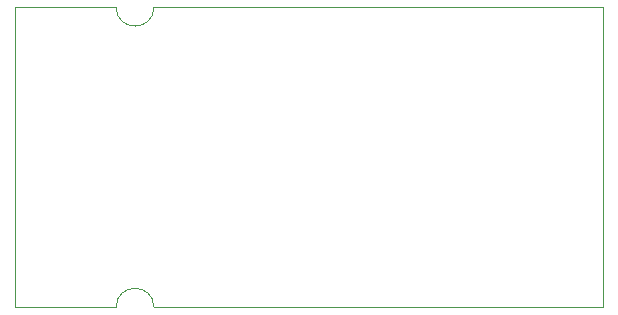
<source format=gbr>
%TF.GenerationSoftware,KiCad,Pcbnew,8.0.2-8.0.2-0~ubuntu22.04.1*%
%TF.CreationDate,2024-05-07T00:28:05+09:00*%
%TF.ProjectId,CANgatewayE,43414e67-6174-4657-9761-79452e6b6963,rev?*%
%TF.SameCoordinates,Original*%
%TF.FileFunction,Profile,NP*%
%FSLAX46Y46*%
G04 Gerber Fmt 4.6, Leading zero omitted, Abs format (unit mm)*
G04 Created by KiCad (PCBNEW 8.0.2-8.0.2-0~ubuntu22.04.1) date 2024-05-07 00:28:05*
%MOMM*%
%LPD*%
G01*
G04 APERTURE LIST*
%TA.AperFunction,Profile*%
%ADD10C,0.050000*%
%TD*%
G04 APERTURE END LIST*
D10*
X49784000Y0D02*
X11760000Y0D01*
X11760000Y25400000D02*
G75*
G02*
X8560000Y25400000I-1600000J0D01*
G01*
X8560000Y0D02*
G75*
G02*
X11760000Y0I1600000J0D01*
G01*
X8560000Y25400000D02*
X0Y25400000D01*
X49784000Y25400000D02*
X49784000Y0D01*
X8560000Y0D02*
X0Y0D01*
X11760000Y25400000D02*
X49784000Y25400000D01*
X0Y0D02*
X0Y25400000D01*
M02*

</source>
